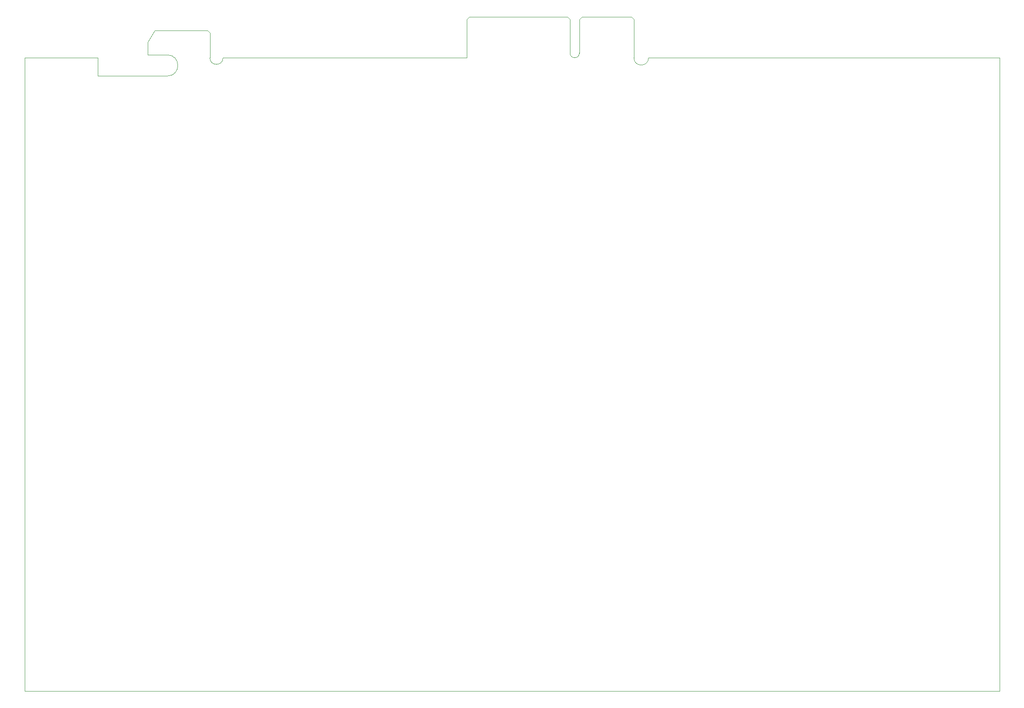
<source format=gbr>
%TF.GenerationSoftware,KiCad,Pcbnew,7.0.8-7.0.8~ubuntu22.04.1*%
%TF.CreationDate,2024-12-17T15:10:34+01:00*%
%TF.ProjectId,Bread70,42726561-6437-4302-9e6b-696361645f70,rev?*%
%TF.SameCoordinates,Original*%
%TF.FileFunction,Profile,NP*%
%FSLAX46Y46*%
G04 Gerber Fmt 4.6, Leading zero omitted, Abs format (unit mm)*
G04 Created by KiCad (PCBNEW 7.0.8-7.0.8~ubuntu22.04.1) date 2024-12-17 15:10:34*
%MOMM*%
%LPD*%
G01*
G04 APERTURE LIST*
%TA.AperFunction,Profile*%
%ADD10C,0.100000*%
%TD*%
G04 APERTURE END LIST*
D10*
X40000000Y-25000000D02*
X55000000Y-25000000D01*
X65250000Y-21800000D02*
X65250000Y-24400000D01*
X55000000Y-28750000D02*
X55000000Y-25000000D01*
X80700000Y-25000000D02*
X130685000Y-25000000D01*
X167985000Y-25000000D02*
X240000000Y-25000000D01*
X164985000Y-25000000D02*
G75*
G03*
X167985000Y-25000000I1500000J0D01*
G01*
X78000000Y-25000000D02*
X78000000Y-19900000D01*
X78000000Y-19900000D02*
X77500000Y-19400000D01*
X240000000Y-155000000D02*
X240000000Y-25000000D01*
X69250000Y-28750000D02*
G75*
G03*
X69250000Y-24400000I0J2175000D01*
G01*
X40000000Y-155000000D02*
X240000000Y-155000000D01*
X40000000Y-25000000D02*
X40000000Y-155000000D01*
X65250000Y-24400000D02*
X69250000Y-24400000D01*
X78000000Y-25000000D02*
G75*
G03*
X80700000Y-25000000I1350000J0D01*
G01*
X66700000Y-19400000D02*
X77500000Y-19400000D01*
X66700000Y-19400000D02*
X65250000Y-21800000D01*
X55000000Y-28750000D02*
X69250000Y-28750000D01*
%TO.C,J8*%
X164985000Y-25000000D02*
X164985000Y-17100000D01*
X164985000Y-17100000D02*
X164485000Y-16600000D01*
X164485000Y-16600000D02*
X154285000Y-16600000D01*
X153785000Y-24050000D02*
X153785000Y-17100000D01*
X153785000Y-17100000D02*
X154285000Y-16600000D01*
X151885000Y-24050000D02*
X151885000Y-17100000D01*
X151885000Y-17100000D02*
X151385000Y-16600000D01*
X151385000Y-16600000D02*
X131185000Y-16600000D01*
X130685000Y-25000000D02*
X130685000Y-17100000D01*
X130685000Y-17100000D02*
X131185000Y-16600000D01*
X151885000Y-24050000D02*
G75*
G03*
X153785000Y-24050000I950000J0D01*
G01*
%TD*%
M02*

</source>
